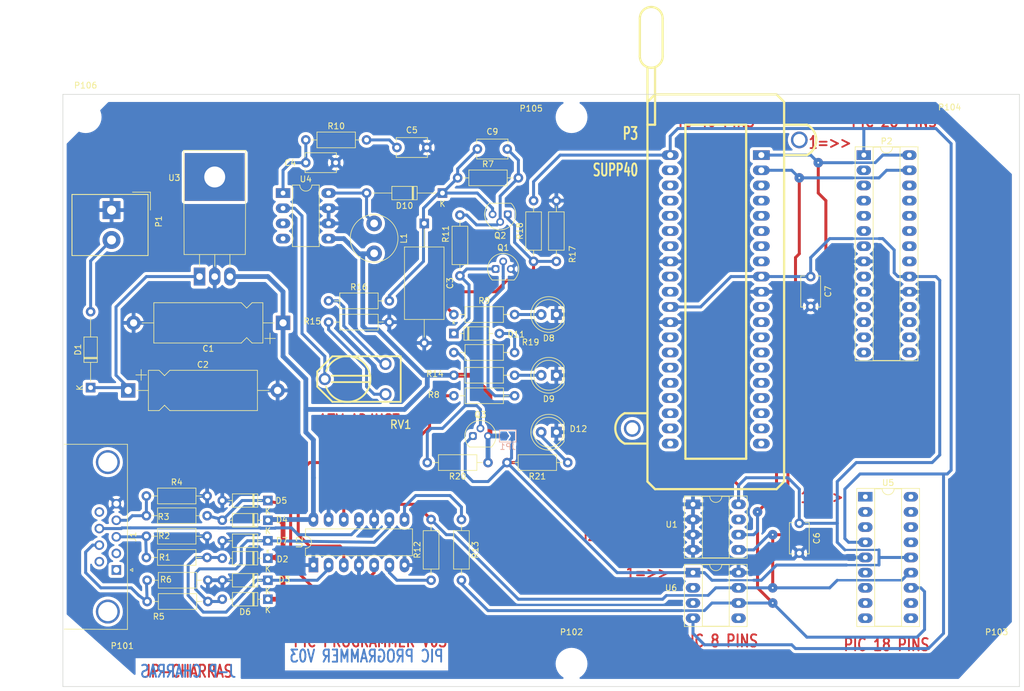
<source format=kicad_pcb>
(kicad_pcb (version 20210108) (generator pcbnew)
  (title_block (title "SERIAL PIC PROGRAMMER"))
  (layers (0 "F.Cu" signal "top_layer") (31 "B.Cu" signal "bottom_layer") (34 "B.Paste" user) (35 "F.Paste" user) (36 "B.SilkS" user "B.Silkscreen") (37 "F.SilkS" user "F.Silkscreen") (38 "B.Mask" user) (39 "F.Mask" user) (44 "Edge.Cuts" user))
  (net 0 "")
  (net 1 "/PC-CLOCK-OUT")
  (net 2 "GND")
  (net 3 "Net-(C2-Pad1)")
  (net 4 "Net-(C4-Pad1)")
  (net 5 "Net-(C5-Pad1)")
  (net 6 "Net-(C9-Pad2)")
  (net 7 "Net-(D11-Pad1)")
  (net 8 "Net-(D11-Pad2)")
  (net 9 "Net-(Q1-Pad2)")
  (net 10 "Net-(Q3-Pad2)")
  (net 11 "Net-(R12-Pad1)")
  (net 12 "Net-(R13-Pad1)")
  (net 13 "Net-(R15-Pad1)")
  (net 14 "Net-(R16-Pad1)")
  (net 15 "Net-(R8-Pad1)")
  (net 16 "Net-(RV1-Pad2)")
  (net 17 "VCC")
  (net 18 "VPP")
  (net 19 "Net-(D1-Pad2)")
  (net 20 "Net-(D4-Pad2)")
  (net 21 "Net-(D8-Pad2)")
  (net 22 "Net-(D9-Pad2)")
  (net 23 "Net-(D12-Pad2)")
  (net 24 "/VPP/MCLR")
  (net 25 "/CLOCK-RB6")
  (net 26 "/DATA-RB7")
  (net 27 "Net-(D2-Pad2)")
  (net 28 "Net-(D6-Pad2)")
  (net 29 "Net-(D10-Pad2)")
  (net 30 "/VCC_PIC")
  (net 31 "/PC-DATA-IN")
  (net 32 "/PC-DATA-OUT")
  (net 33 "/VPP_ON")
  (net 34 "Net-(Q2-Pad1)")
  (footprint "Capacitor_THT:CP_Axial_L18.0mm_D6.5mm_P25.00mm_Horizontal" (layer "F.Cu") (at 110.49 78.867 180)
    (fp_text reference "C1")
    (fp_text value "100µF")
  )
  (footprint "Capacitor_THT:CP_Axial_L18.0mm_D6.5mm_P25.00mm_Horizontal" (layer "F.Cu") (at 84.582 90.17)
    (fp_text reference "C2")
    (fp_text value "220uF")
  )
  (footprint "MountingHole:MountingHole_4.3mm_M4" (layer "F.Cu") (at 77.47 135.89)
    (fp_text reference "P101")
    (fp_text value "CONN_1")
  )
  (footprint "MountingHole:MountingHole_4.3mm_M4" (layer "F.Cu") (at 158.75 135.89)
    (fp_text reference "P102")
    (fp_text value "CONN_1")
  )
  (footprint "MountingHole:MountingHole_4.3mm_M4" (layer "F.Cu") (at 229.87 135.89)
    (fp_text reference "P103")
    (fp_text value "CONN_1")
  )
  (footprint "MountingHole:MountingHole_4.3mm_M4" (layer "F.Cu") (at 229.87 44.45)
    (fp_text reference "P104")
    (fp_text value "CONN_1")
  )
  (footprint "MountingHole:MountingHole_4.3mm_M4" (layer "F.Cu") (at 158.75 44.45)
    (fp_text reference "P105")
    (fp_text value "CONN_1")
  )
  (footprint "MountingHole:MountingHole_4.3mm_M4" (layer "F.Cu") (at 77.47 44.45)
    (fp_text reference "P106")
    (fp_text value "CONN_1")
  )
  (footprint "footprints:40tex-Ell600" (layer "F.Cu") (at 175.26 50.8)
    (fp_text reference "P3")
    (fp_text value "SUPP40")
  )
  (footprint "Package_DIP:DIP-8_W7.62mm_Socket_LongPads" (layer "F.Cu") (at 179.07 120.65)
    (fp_text reference "U6")
    (fp_text value "PIC_8_PINS")
  )
  (footprint "Package_DIP:DIP-8_W7.62mm_Socket_LongPads" (layer "F.Cu") (at 179.07 109.22)
    (fp_text reference "U1")
    (fp_text value "24Cxx")
  )
  (footprint "Package_DIP:DIP-8_W7.62mm_LongPads" (layer "F.Cu") (at 110.49 57.15)
    (fp_text reference "U4")
    (fp_text value "LT1373")
  )
  (footprint "Package_DIP:DIP-28_W7.62mm_Socket_LongPads" (layer "F.Cu") (at 207.645 50.8)
    (fp_text reference "P2")
    (fp_text value "SUPP28")
  )
  (footprint "Package_DIP:DIP-18_W7.62mm_Socket_LongPads" (layer "F.Cu") (at 207.899 107.95)
    (fp_text reference "U5")
    (fp_text value "PIC_18_PINS")
  )
  (footprint "Package_DIP:DIP-14_W7.62mm_LongPads" (layer "F.Cu") (at 115.57 119.38 90)
    (fp_text reference "U2")
    (fp_text value "74HC125")
  )
  (footprint "Diode_THT:D_DO-35_SOD27_P7.62mm_Horizontal" (layer "F.Cu") (at 107.95 118.237 180)
    (fp_text reference "D2")
    (fp_text value "BAT43")
  )
  (footprint "Diode_THT:D_DO-35_SOD27_P7.62mm_Horizontal" (layer "F.Cu") (at 107.95 121.92 180)
    (fp_text reference "D3")
    (fp_text value "BAT43")
  )
  (footprint "Diode_THT:D_DO-35_SOD27_P7.62mm_Horizontal" (layer "F.Cu") (at 107.95 111.887 180)
    (fp_text reference "D4")
    (fp_text value "BAT43")
  )
  (footprint "Diode_THT:D_DO-35_SOD27_P7.62mm_Horizontal" (layer "F.Cu") (at 107.95 108.585 180)
    (fp_text reference "D5")
    (fp_text value "BAT43")
  )
  (footprint "Diode_THT:D_DO-35_SOD27_P7.62mm_Horizontal" (layer "F.Cu") (at 139.065 80.645)
    (fp_text reference "D11")
    (fp_text value "BAT43")
  )
  (footprint "Diode_THT:D_DO-35_SOD27_P7.62mm_Horizontal" (layer "F.Cu") (at 107.95 115.316 180)
    (fp_text reference "D7")
    (fp_text value "BAT43")
  )
  (footprint "Diode_THT:D_DO-35_SOD27_P7.62mm_Horizontal" (layer "F.Cu") (at 107.95 125.095 180)
    (fp_text reference "D6")
    (fp_text value "BAT43")
  )
  (footprint "Connector_Dsub:DSUB-9_Female_Horizontal_P2.77x2.84mm_EdgePinOffset7.70mm_Housed_MountingHolesOffset9.12mm" (layer "F.Cu") (at 82.6 120.2 -90)
    (fp_text reference "J1")
    (fp_text value "DB9-FEMAL")
  )
  (footprint "Package_TO_SOT_THT:TO-92" (layer "F.Cu") (at 142.24 97.79)
    (fp_text reference "Q3")
    (fp_text value "BC307")
  )
  (footprint "Package_TO_SOT_THT:TO-92" (layer "F.Cu") (at 148.082 60.706 180)
    (fp_text reference "Q2")
    (fp_text value "BC307")
  )
  (footprint "Package_TO_SOT_THT:TO-92" (layer "F.Cu") (at 146.05 69.85)
    (fp_text reference "Q1")
    (fp_text value "BC237")
  )
  (footprint "Resistor_THT:R_Axial_DIN0207_L6.3mm_D2.5mm_P10.16mm_Horizontal" (layer "F.Cu") (at 152.4 68.58 90)
    (fp_text reference "R18")
    (fp_text value "220")
  )
  (footprint "Resistor_THT:R_Axial_DIN0207_L6.3mm_D2.5mm_P10.16mm_Horizontal" (layer "F.Cu") (at 114.3 48.26)
    (fp_text reference "R10")
    (fp_text value "5,1K")
  )
  (footprint "Resistor_THT:R_Axial_DIN0207_L6.3mm_D2.5mm_P10.16mm_Horizontal" (layer "F.Cu") (at 139.065 77.47)
    (fp_text reference "R9")
    (fp_text value "2.2K")
  )
  (footprint "Resistor_THT:R_Axial_DIN0207_L6.3mm_D2.5mm_P10.16mm_Horizontal" (layer "F.Cu") (at 87.63 118.11)
    (fp_text reference "R1")
    (fp_text value "10K")
  )
  (footprint "Resistor_THT:R_Axial_DIN0207_L6.3mm_D2.5mm_P10.16mm_Horizontal" (layer "F.Cu") (at 87.63 114.554)
    (fp_text reference "R2")
    (fp_text value "10K")
  )
  (footprint "Resistor_THT:R_Axial_DIN0207_L6.3mm_D2.5mm_P10.16mm_Horizontal" (layer "F.Cu") (at 87.63 111.125)
    (fp_text reference "R3")
    (fp_text value "10K")
  )
  (footprint "Resistor_THT:R_Axial_DIN0207_L6.3mm_D2.5mm_P10.16mm_Horizontal" (layer "F.Cu") (at 87.63 107.823)
    (fp_text reference "R4")
    (fp_text value "10K")
  )
  (footprint "Resistor_THT:R_Axial_DIN0207_L6.3mm_D2.5mm_P10.16mm_Horizontal" (layer "F.Cu") (at 87.757 125.476)
    (fp_text reference "R5")
    (fp_text value "10K")
  )
  (footprint "Resistor_THT:R_Axial_DIN0207_L6.3mm_D2.5mm_P10.16mm_Horizontal" (layer "F.Cu") (at 139.7 54.61)
    (fp_text reference "R7")
    (fp_text value "10K")
  )
  (footprint "Resistor_THT:R_Axial_DIN0207_L6.3mm_D2.5mm_P10.16mm_Horizontal" (layer "F.Cu") (at 87.757 121.92)
    (fp_text reference "R6")
    (fp_text value "10K")
  )
  (footprint "Resistor_THT:R_Axial_DIN0207_L6.3mm_D2.5mm_P10.16mm_Horizontal" (layer "F.Cu") (at 158.115 102.235 180)
    (fp_text reference "R21")
    (fp_text value "470")
  )
  (footprint "Resistor_THT:R_Axial_DIN0207_L6.3mm_D2.5mm_P10.16mm_Horizontal" (layer "F.Cu") (at 144.78 102.235 180)
    (fp_text reference "R20")
    (fp_text value "2.2K")
  )
  (footprint "Resistor_THT:R_Axial_DIN0207_L6.3mm_D2.5mm_P10.16mm_Horizontal" (layer "F.Cu") (at 149.225 83.82 180)
    (fp_text reference "R19")
    (fp_text value "2.2K")
  )
  (footprint "Resistor_THT:R_Axial_DIN0207_L6.3mm_D2.5mm_P10.16mm_Horizontal" (layer "F.Cu") (at 156.21 68.58 90)
    (fp_text reference "R17")
    (fp_text value "22K")
  )
  (footprint "Resistor_THT:R_Axial_DIN0207_L6.3mm_D2.5mm_P10.16mm_Horizontal" (layer "F.Cu") (at 118.11 75.184)
    (fp_text reference "R16")
    (fp_text value "62K")
  )
  (footprint "Resistor_THT:R_Axial_DIN0207_L6.3mm_D2.5mm_P10.16mm_Horizontal" (layer "F.Cu") (at 118.11 78.74)
    (fp_text reference "R15")
    (fp_text value "6.2K")
  )
  (footprint "Resistor_THT:R_Axial_DIN0207_L6.3mm_D2.5mm_P10.16mm_Horizontal" (layer "F.Cu") (at 139.065 87.63)
    (fp_text reference "R14")
    (fp_text value "470")
  )
  (footprint "Resistor_THT:R_Axial_DIN0207_L6.3mm_D2.5mm_P10.16mm_Horizontal" (layer "F.Cu") (at 140.335 111.76 -90)
    (fp_text reference "R13")
    (fp_text value "470")
  )
  (footprint "Resistor_THT:R_Axial_DIN0207_L6.3mm_D2.5mm_P10.16mm_Horizontal" (layer "F.Cu") (at 139.065 91.059)
    (fp_text reference "R8")
    (fp_text value "1K")
  )
  (footprint "Resistor_THT:R_Axial_DIN0207_L6.3mm_D2.5mm_P10.16mm_Horizontal" (layer "F.Cu") (at 135.255 121.92 90)
    (fp_text reference "R12")
    (fp_text value "470")
  )
  (footprint "LED_THT:LED_D5.0mm" (layer "F.Cu") (at 156.21 77.47 180)
    (fp_text reference "D8")
    (fp_text value "RED-LED")
  )
  (footprint "LED_THT:LED_D5.0mm" (layer "F.Cu") (at 156.21 87.63 180)
    (fp_text reference "D9")
    (fp_text value "GREEN-LED")
  )
  (footprint "LED_THT:LED_D5.0mm" (layer "F.Cu") (at 156.21 97.155 180)
    (fp_text reference "D12")
    (fp_text value "YELLOW-LED")
  )
  (footprint "Capacitor_THT:C_Disc_D5.1mm_W3.2mm_P5.00mm" (layer "F.Cu") (at 114.3 52.07)
    (fp_text reference "C4")
    (fp_text value "0")
  )
  (footprint "Capacitor_THT:C_Disc_D5.1mm_W3.2mm_P5.00mm" (layer "F.Cu") (at 129.54 49.53)
    (fp_text reference "C5")
    (fp_text value "10nF")
  )
  (footprint "Capacitor_THT:C_Disc_D5.1mm_W3.2mm_P5.00mm" (layer "F.Cu") (at 198.755 71.12 -90)
    (fp_text reference "C7")
    (fp_text value "100nF")
  )
  (footprint "Capacitor_THT:C_Disc_D5.1mm_W3.2mm_P5.00mm" (layer "F.Cu") (at 143.002 49.784)
    (fp_text reference "C9")
    (fp_text value "220nF")
  )
  (footprint "Capacitor_THT:C_Disc_D5.1mm_W3.2mm_P5.00mm" (layer "F.Cu") (at 196.85 112.395 -90)
    (fp_text reference "C6")
    (fp_text value "100nF")
  )
  (footprint "Diode_THT:D_DO-35_SOD27_P12.70mm_Horizontal" (layer "F.Cu") (at 137.16 57.15 180)
    (fp_text reference "D10")
    (fp_text value "SCHOTTKY")
  )
  (footprint "footprints:RV2X4" (layer "F.Cu") (at 127.635 90.805 180)
    (fp_text reference "RV1")
    (fp_text value "1K")
  )
  (footprint "TerminalBlock_Altech:Altech_AK300_1x02_P5.00mm_45-Degree" (layer "F.Cu") (at 81.8 60 -90)
    (fp_text reference "P1")
    (fp_text value "CONN_2")
  )
  (footprint "Package_TO_SOT_THT:TO-220-3_Horizontal_TabDown" (layer "F.Cu") (at 96.52 71.12)
    (fp_text reference "U3")
    (fp_text value "7805")
  )
  (footprint "Resistor_THT:R_Axial_DIN0207_L6.3mm_D2.5mm_P10.16mm_Horizontal" (layer "F.Cu") (at 140.081 70.993 90)
    (fp_text reference "R11")
    (fp_text value "22K")
  )
  (footprint "Capacitors_THT:C_Axial_L12.0mm_D6.5mm_P20.00mm_Horizontal" (layer "F.Cu") (at 134.112 62.23 -90)
    (fp_text reference "C3")
    (fp_text value "22uF/25V")
  )
  (footprint "Inductor_THT:L_Radial_D7.8mm_P5.00mm_Fastron_07HCP" (layer "F.Cu") (at 125.73 62.23 -90)
    (fp_text reference "L1")
    (fp_text value "22uH")
  )
  (footprint "Diode_THT:D_DO-35_SOD27_P12.70mm_Horizontal" (layer "F.Cu") (at 78.3 89.7 90)
    (fp_text reference "D1")
    (fp_text value "1N4004")
  )
  (footprint "Jumper:SolderJumper-2_P1.3mm_Open_TrianglePad1.0x1.5mm" (layer "B.Cu") (at 148.082 97.79)
    (fp_text reference "JP1")
    (fp_text value "JUMPER")
  )
  (gr_line (start 73.66 139.7) (end 73.66 40.64) (angle 90) (layer "Edge.Cuts") (width 0.1))
  (gr_line (start 173.99 40.64) (end 233.68 40.64) (angle 90) (layer "Edge.Cuts") (width 0.1))
  (gr_line (start 73.66 40.64) (end 173.99 40.64) (angle 90) (layer "Edge.Cuts") (width 0.1))
  (gr_line (start 233.68 139.7) (end 73.66 139.7) (angle 90) (layer "Edge.Cuts") (width 0.1))
  (gr_line (start 233.68 40.64) (end 233.68 139.7) (angle 90) (layer "Edge.Cuts") (width 0.1))
  (gr_text "+8/12V" (at 81.5 55.5) (layer "F.Cu") (effects (font (size 2.032 1.524) (thickness 0.3048))))
  (gr_text "VCC ON" (at 162.9 99.1) (layer "F.Cu") (effects (font (size 2.032 1.524) (thickness 0.3048))))
  (gr_text "JP-CHARRAS" (at 94.615 137.16) (layer "F.Cu") (effects (font (size 2.032 1.524) (thickness 0.3048))))
  (gr_text "1=>>" (at 167.64 48.895) (layer "F.Cu") (effects (font (size 2.032 1.524) (thickness 0.3048))))
  (gr_text "PWR ON" (at 163.83 88.9) (layer "F.Cu") (effects (font (size 2.032 1.524) (thickness 0.3048))))
  (gr_text "PIC PROGRAMMER V03" (at 125.095 132.08) (layer "F.Cu") (effects (font (size 2.032 1.524) (thickness 0.3048))))
  (gr_text "1=>>" (at 200.66 107.95) (layer "F.Cu") (effects (font (size 2.032 1.524) (thickness 0.3048))))
  (gr_text "PIC 18 PINS" (at 211.455 132.715) (layer "F.Cu") (effects (font (size 2.032 1.524) (thickness 0.3048))))
  (gr_text "I2C PROM" (at 166.37 114.3) (layer "F.Cu") (effects (font (size 2.032 1.524) (thickness 0.3048))))
  (gr_text "VPP ON" (at 163.195 80.645) (layer "F.Cu") (effects (font (size 2.032 1.524) (thickness 0.3048))))
  (gr_text "1=>>" (at 171.45 109.22) (layer "F.Cu") (effects (font (size 2.032 1.524) (thickness 0.3048))))
  (gr_text "13V ADJUST" (at 123.19 95.25) (layer "F.Cu") (effects (font (size 2.032 1.524) (thickness 0.3048))))
  (gr_text "PIC 8 PINS" (at 183.515 132.08) (layer "F.Cu") (effects (font (size 2.032 1.524) (thickness 0.3048))))
  (gr_text "PIC 28 PINS" (at 212.725 45.085) (layer "F.Cu") (effects (font (size 2.032 1.524) (thickness 0.3048))))
  (gr_text "1=>>" (at 171.45 120.65) (layer "F.Cu") (effects (font (size 2.032 1.524) (thickness 0.3048))))
  (gr_text "PIC 40 PINS" (at 182.245 45.085) (layer "F.Cu") (effects (font (size 2.032 1.524) (thickness 0.3048))))
  (gr_text "1=>>" (at 202 48.7) (layer "F.Cu") (effects (font (size 2.032 1.524) (thickness 0.3048))))
  (gr_text "J-P CHARRAS" (at 94.615 137.16) (layer "B.Cu") (effects (font (size 2.032 1.524) (thickness 0.3048)) (justify mirror)))
  (gr_text "PIC PROGRAMMER V03" (at 124.46 134.62) (layer "B.Cu") (effects (font (size 2.032 1.524) (thickness 0.3048)) (justify mirror)))
  (segment (start 85.09 123.19) (end 86.36 124.46) (width 0.5) (layer "B.Cu") (net 1))
  (segment (start 77.47 117.475) (end 77.47 120.65) (width 0.5) (layer "B.Cu") (net 1))
  (segment (start 78.62863 116.045) (end 77.47 117.20363) (width 0.5) (layer "B.Cu") (net 1))
  (segment (start 86.36 124.46) (end 87.757 125.476) (width 0.5) (layer "B.Cu") (net 1))
  (segment (start 80.01 123.19) (end 85.09 123.19) (width 0.5) (layer "B.Cu") (net 1))
  (segment (start 87.757 125.476) (end 87.63 121.92) (width 0.5) (layer "B.Cu") (net 1))
  (segment (start 79.76 116.045) (end 78.62863 116.045) (width 0.5) (layer "B.Cu") (net 1))
  (segment (start 77.47 120.65) (end 80.01 123.19) (width 0.5) (layer "B.Cu") (net 1))
  (segment (start 77.47 117.20363) (end 77.47 117.475) (width 0.5) (layer "B.Cu") (net 1))
  (segment (start 82.55 76.2) (end 87.63 71.12) (width 0.5) (layer "B.Cu") (net 3))
  (segment (start 84.112 89.7) (end 84.582 90.17) (width 0.5) (layer "B.Cu") (net 3))
  (segment (start 84.455 89.535) (end 82.55 87.63) (width 0.5) (layer "B.Cu") (net 3))
  (segment (start 78.3 89.7) (end 84.112 89.7) (width 0.5) (layer "B.Cu") (net 3))
  (segment (start 87.63 71.12) (end 96.52 71.12) (width 0.5) (layer "B.Cu") (net 3))
  (segment (start 82.55 87.63) (end 82.55 76.2) (width 0.5) (layer "B.Cu") (net 3))
  (segment (start 84.455 90.17) (end 84.455 89.535) (width 0.5) (layer "B.Cu") (net 3))
  (segment (start 114.3 48.26) (end 114.3 52.07) (width 0.5) (layer "B.Cu") (net 4))
  (segment (start 110.49 57.15) (end 110.49 53.34) (width 0.5) (layer "B.Cu") (net 4))
  (segment (start 110.49 53.34) (end 111.76 52.07) (width 0.5) (layer "B.Cu") (net 4))
  (segment (start 111.76 52.07) (end 114.3 52.07) (width 0.5) (layer "B.Cu") (net 4))
  (segment (start 124.46 48.26) (end 128.27 48.26) (width 0.5) (layer "B.Cu") (net 5))
  (segment (start 128.27 48.26) (end 129.54 49.53) (width 0.5) (layer "B.Cu") (net 5))
  (segment (start 149.86 51.642) (end 149.86 54.61) (width 0.5) (layer "B.Cu") (net 6))
  (segment (start 141.21237 60.833) (end 142.855369 62.475999) (width 0.5) (layer "B.Cu") (net 6))
  (segment (start 146.312001 62.475999) (end 146.812 61.976) (width 0.5) (layer "B.Cu") (net 6))
  (segment (start 146.812 57.658) (end 149.86 54.61) (width 0.5) (layer "B.Cu") (net 6))
  (segment (start 148.002 49.784) (end 149.86 51.642) (width 0.5) (layer "B.Cu") (net 6))
  (segment (start 146.812 61.976) (end 146.812 57.658) (width 0.5) (layer "B.Cu") (net 6))
  (segment (start 140.081 60.833) (end 141.21237 60.833) (width 0.5) (layer "B.Cu") (net 6))
  (segment (start 142.855369 62.475999) (end 146.312001 62.475999) (width 0.5) (layer "B.Cu") (net 6))
  (segment (start 141.605 72.517) (end 140.081 70.993) (width 0.5) (layer "B.Cu") (net 7))
  (segment (start 141.605 78.105) (end 141.605 72.517) (width 0.5) (layer "B.Cu") (net 7))
  (segment (start 141.224 69.85) (end 146.05 69.85) (width 0.5) (layer "B.Cu") (net 7))
  (segment (start 140.081 70.993) (end 141.224 69.85) (width 0.5) (layer "B.Cu") (net 7))
  (segment (start 139.065 80.645) (end 141.605 78.105) (width 0.5) (layer "B.Cu") (net 7))
  (segment (start 146.685 80.645) (end 148.59 80.645) (width 0.5) (layer "B.Cu") (net 8))
  (segment (start 148.59 80.645) (end 149.225 81.28) (width 0.5) (layer "B.Cu") (net 8))
  (segment (start 149.225 81.28) (end 149.225 83.82) (width 0.5) (layer "B.Cu") (net 8))
  (segment (start 145.923 91.059) (end 144.78 89.916) (width 0.5) (layer "B.Cu") (net 9))
  (segment (start 147.32 71.12) (end 147.32 68.58) (width 0.5) (layer "B.Cu") (net 9))
  (segment (start 147.32 73.025) (end 147.32 71.12) (width 0.5) (layer "B.Cu") (net 9))
  (segment (start 144.78 89.916) (end 144.78 75.565) (width 0.5) (layer "B.Cu") (net 9))
  (segment (start 144.78 75.565) (end 147.32 73.025) (width 0.5) (layer "B.Cu") (net 9))
  (segment (start 149.225 91.059) (end 145.923 91.059) (width 0.5) (layer "B.Cu") (net 9))
  (segment (start 135.255 96.52) (end 137.16 96.52) (width 0.5) (layer "B.Cu") (net 10))
  (segment (start 135.255 96.52) (end 134.62 97.155) (width 0.5) (layer "B.Cu") (net 10))
  (segment (start 143.51 93.345) (end 143.51 96.52) (width 0.5) (layer "B.Cu") (net 10))
  (segment (start 142.875 92.71) (end 143.51 93.345) (width 0.5) (layer "B.Cu") (net 10))
  (segment (start 134.62 97.155) (end 134.62 102.235) (width 0.5) (layer "B.Cu") (net 10))
  (segment (start 140.97 85.09) (end 139.7 83.82) (width 0.5) (layer "B.Cu") (net 10))
  (segment (start 140.97 85.09) (end 140.97 92.71) (width 0.5) (layer "B.Cu") (net 10))
  (segment (start 137.16 96.52) (end 140.97 92.71) (width 0.5) (layer "B.Cu") (net 10))
  (segment (start 139.7 83.82) (end 139.065 83.82) (width 0.5) (layer "B.Cu") (net 10))
  (segment (start 140.97 92.71) (end 142.875 92.71) (width 0.5) (layer "B.Cu") (net 10))
  (segment (start 128.27 119.38) (end 128.27 120.65) (width 0.5) (layer "B.Cu") (net 11))
  (segment (start 128.27 120.65) (end 129.54 121.92) (width 0.5) (layer "B.Cu") (net 11))
  (segment (start 129.54 121.92) (end 135.255 121.92) (width 0.5) (layer "B.Cu") (net 11))
  (segment (start 130.81 109.6264) (end 132.6896 107.7468) (width 0.5) (layer "B.Cu") (net 12))
  (segment (start 132.6896 107.7468) (end 138.4046 107.7468) (width 0.5) (layer "B.Cu") (net 12))
  (segment (start 138.4046 107.7468) (end 140.335 109.6772) (width 0.5) (layer "B.Cu") (net 12))
  (segment (start 140.335 109.6772) (end 140.335 111.76) (width 0.5) (layer "B.Cu") (net 12))
  (segment (start 130.81 111.76) (end 130.81 109.6264) (width 0.5) (layer "B.Cu") (net 12))
  (segment (start 118.11 80.01) (end 124.46 86.36) (width 0.5) (layer "B.Cu") (net 13))
  (segment (start 124.46 86.36) (end 124.46 89.535) (width 0.5) (layer "B.Cu") (net 13))
  (segment (start 125.73 90.805) (end 127.635 90.805) (width 0.5) (layer "B.Cu") (net 13))
  (segment (start 118.11 78.74) (end 118.11 80.01) (width 0.5) (layer "B.Cu") (net 13))
  (segment (start 124.46 89.535) (end 125.73 90.805) (width 0.5) (layer "B.Cu") (net 13))
  (segment (start 119.634 75.184) (end 120.65 76.2) (width 0.5) (layer "B.Cu") (net 14))
  (segment (start 120.65 79.375) (end 127 85.725) (width 0.5) (layer "B.Cu") (net 14))
  (segment (start 127 85.725) (end 127.635 85.725) (width 0.5) (layer "B.Cu") (net 14))
  (segment (start 118.11 75.184) (end 119.634 75.184) (width 0.5) (layer "B.Cu") (net 14))
  (segment (start 120.65 76.2) (end 120.65 79.375) (width 0.5) (layer "B.Cu") (net 14))
  (segment (start 135.001 96.266) (end 135.001 92.456) (width 0.5) (layer "F.Cu") (net 15))
  (segment (start 120.015 116.205) (end 114.935 116.205) (width 0.5) (layer "F.Cu") (net 15))
  (segment (start 114.935 102.235) (end 129.032 102.235) (width 0.5) (layer "F.Cu") (net 15))
  (segment (start 129.032 102.235) (end 135.001 96.266) (width 0.5) (layer "F.Cu") (net 15))
  (segment (start 136.398 91.059) (end 139.065 91.059) (width 0.5) (layer "F.Cu") (net 15))
  (segment (start 135.001 92.456) (end 136.398 91.059) (width 0.5) (layer "F.Cu") (net 15))
  (segment (start 113.03 104.14) (end 114.935 102.235) (width 0.5) (layer "F.Cu") (net 15))
  (segment (start 113.03 114.3) (end 113.03 104.14) (width 0.5) (layer "F.Cu") (net 15))
  (segment (start 120.65 116.84) (end 120.015 116.205) (width 0.5) (layer "F.Cu") (net 15))
  (segment (start 114.935 116.205) (end 113.03 114.3) (width 0.5) (layer "F.Cu") (net 15))
  (segment (start 120.65 119.38) (end 120.65 116.84) (width 0.5) (layer "F.Cu") (net 15))
  (segment (start 112.395 59.69) (end 113.665 60.96) (width 0.5) (layer "B.Cu") (net 16))
  (segment (start 110.49 59.69) (end 112.395 59.69) (width 0.5) (layer "B.Cu") (net 16))
  (segment (start 113.665 60.96) (end 113.665 80.645) (width 0.5) (layer "B.Cu") (net 16))
  (segment (start 117.475 84.455) (end 117.475 88.265) (width 0.5) (layer "B.Cu") (net 16))
  (segment (start 113.665 80.645) (end 117.475 84.455) (width 0.5) (layer "B.Cu") (net 16))
  (segment (start 110.49 124.155) (end 110.49 119.38) (width 0.8) (layer "F.Cu") (net 17))
  (segment (start 145.1 97.47) (end 144.78 97.79) (width 0.8) (layer "F.Cu") (net 17))
  (segment (start 141.986 87.63) (end 145.1 90.744) (width 0.8) (layer "F.Cu") (net 17))
  (segment (start 109.55 125.095) (end 110.49 124.155) (width 0.8) (layer "F.Cu") (net 17))
  (segment (start 145.1 90.744) (end 145.1 97.47) (width 0.8) (layer "F.Cu") (net 17))
  (segment (start 110.49 119.38) (end 109.22 118.11) (width 0.8) (layer "F.Cu") (net 17))
  (segment (start 107.95 125.095) (end 109.55 125.095) (width 0.8) (layer "F.Cu") (net 17))
  (segment (start 109.22 118.11) (end 107.95 118.11) (width 0.8) (layer "F.Cu") (net 17))
  (segment (start 109.855 111.76) (end 110.49 112.395) (width 0.8) (layer "F.Cu") (net 17))
  (segment (start 110.49 112.395) (end 110.49 116.84) (width 0.8) (layer "F.Cu") (net 17))
  (segment (start 107.95 111.76) (end 109.855 111.76) (width 0.8) (layer "F.Cu") (net 17))
  (segment (start 139.065 87.63) (end 141.986 87.63) (width 0.8) (layer "F.Cu") (net 17))
  (segment (start 110.49 116.84) (end 109.22 118.11) (width 0.8) (layer "F.Cu") (net 17))
  (segment (start 144.78 97.79) (end 144.78 97.917) (width 0.8) (layer "B.Cu") (net 17))
  (segment (start 124.46 80.01) (end 123.825 79.375) (width 0.8) (layer "B.Cu") (net 17))
  (segment (start 134.62 87.63) (end 133.985 87.63) (width 0.8) (layer "B.Cu") (net 17))
  (segment (start 107.95 111.76) (end 115.57 111.76) (width 0.8) (layer "B.Cu") (net 17))
  (segment (start 114.3 88.265) (end 114.3 93.345) (width 0.8) (layer "B.Cu") (net 17))
  (segment (start 110.49 78.74) (end 110.49 73.66) (width 0.8) (layer "B.Cu") (net 17))
  (segment (start 110.49 73.66) (end 107.95 71.12) (width 0.8) (layer "B.Cu") (net 17))
  (segment (start 123.825 67.31) (end 123.19 67.31) (width 0.8) (layer "B.Cu") (net 17))
  (segment (start 130.81 93.345) (end 134.62 89.535) (width 0.8) (layer "B.Cu") (net 17))
  (segment (start 147.447 97.79) (end 144.78 97.79) (width 0.8) (layer "B.Cu") (net 17))
  (segment (start 114.3 93.345) (end 114.3 97.155) (width 0.8) (layer "B.Cu") (net 17))
  (segment (start 115.57 111.76) (end 115.57 104.775) (width 0.8) (layer "B.Cu") (net 17))
  (segment (start 123.825 79.375) (end 123.825 67.31) (width 0.8) (layer "B.Cu") (net 17))
  (segment (start 110.49 84.455) (end 114.3 88.265) (width 0.8) (layer "B.Cu") (net 17))
  (segment (start 125.73 67.31) (end 123.825 67.31) (width 0.8) (layer "B.Cu") (net 17))
  (segment (start 133.985 87.63) (end 126.365 80.01) (width 0.8) (layer "B.Cu") (net 17))
  (segment (start 118.11 64.77) (end 120.65 64.77) (width 0.8) (layer "B.Cu") (net 17))
  (segment (start 115.57 98.425) (end 115.57 104.775) (width 0.8) (layer "B.Cu") (net 17))
  (segment (start 126.365 80.01) (end 124.46 80.01) (width 0.8) (layer "B.Cu") (net 17))
  (segment (start 114.3 97.155) (end 115.57 98.425) (width 0.8) (layer "B.Cu") (net 17))
  (segment (start 114.3 93.345) (end 130.81 93.345) (width 0.8) (layer "B.Cu") (net 17))
  (segment (start 139.065 87.63) (end 134.62 87.63) (width 0.8) (layer "B.Cu") (net 17))
  (segment (start 110.49 78.74) (end 110.49 84.455) (width 0.8) (layer "B.Cu") (net 17))
  (segment (start 123.19 67.31) (end 120.65 64.77) (width 0.8) (layer "B.Cu") (net 17))
  (segment (start 134.62 89.535) (end 134.62 87.63) (width 0.8) (layer "B.Cu") (net 17))
  (segment (start 101.6 71.12) (end 107.95 71.12) (width 0.8) (layer "B.Cu") (net 17))
  (segment (start 144.78 102.235) (end 144.78 97.917) (width 0.8) (layer "B.Cu") (net 17))
  (segment (start 139.7 54.61) (end 139.7 53.086) (width 0.5) (layer "B.Cu") (net 18))
  (segment (start 145.542 59.706) (end 142.986 57.15) (width 0.5) (layer "B.Cu") (net 18))
  (segment (start 137.16 57.15) (end 142.748 57.15) (width 0.5) (layer "B.Cu") (net 18))
  (segment (start 136.525 57.15) (end 137.16 57.15) (width 0.5) (layer "B.Cu") (net 18))
  (segment (start 133.985 68.58) (end 128.27 74.295) (width 0.5) (layer "B.Cu") (net 18))
  (segment (start 142.986 57.15) (end 142.748 57.15) (width 0.5) (layer "B.Cu") (net 18))
  (segment (start 139.7 53.086) (end 143.002 49.784) (width 0.5) (layer "B.Cu") (net 18))
  (segment (start 136.525 57.15) (end 133.985 59.69) (width 0.5) (layer "B.Cu") (net 18))
  (segment (start 133.985 62.23) (end 133.985 68.58) (width 0.5) (layer "B.Cu") (net 18))
  (segment (start 137.16 57.15) (end 139.7 54.61) (width 0.5) (layer "B.Cu") (net 18))
  (segment (start 145.542 60.706) (end 145.542 59.706) (width 0.5) (layer "B.Cu") (net 18))
  (segment (start 133.985 62.23) (end 133.985 59.69) (width 0.5) (layer "B.Cu") (net 18))
  (segment (start 128.27 74.295) (end 128.27 75.184) (width 0.5) (layer "B.Cu") (net 18))
  (segment (start 78.3 68.5) (end 78.3 77) (width 0.5) (layer "B.Cu") (net 19))
  (segment (start 81.8 65) (end 78.3 68.5) (width 0.5) (layer "B.Cu") (net 19))
  (segment (start 111.76 119.38) (end 115.57 123.19) (width 0.5) (layer "F.Cu") (net 20))
  (segment (start 125.73 120.65) (end 125.73 119.38) (width 0.5) (layer "F.Cu") (net 20))
  (segment (start 111.76 109.855) (end 111.76 119.38) (width 0.5) (layer "F.Cu") (net 20))
  (segment (start 115.57 123.19) (end 123.19 123.19) (width 0.5) (layer "F.Cu") (net 20))
  (segment (start 107.95 108.712) (end 111.125 109.22) (width 0.5) (layer "F.Cu") (net 20))
  (segment (start 111.125 109.22) (end 111.76 109.855) (width 0.5) (layer "F.Cu") (net 20))
  (segment (start 123.19 123.19) (end 125.73 120.65) (width 0.5) (layer "F.Cu") (net 20))
  (segment (start 107.95 108.585) (end 103.632 108.585) (width 0.5) (layer "B.Cu") (net 20))
  (segment (start 100.33 111.76) (end 97.79 111.125) (width 0.5) (layer "B.Cu") (net 20))
  (segment (start 103.632 108.585) (end 100.33 111.887) (width 0.5) (layer "B.Cu") (net 20))
  (segment (start 153.67 77.47) (end 149.225 77.47) (width 0.5) (layer "B.Cu") (net 21))
  (segment (start 153.67 87.63) (end 149.225 87.63) (width 0.5) (layer "B.Cu") (net 22))
  (segment (start 153.67 97.155) (end 153.67 97.79) (width 0.5) (layer "B.Cu") (net 23))
  (segment (start 153.67 97.79) (end 158.115 102.235) (width 0.5) (layer "B.Cu") (net 23))
  (segment (start 195.58 132.715) (end 196.215 133.35) (width 0.5) (layer "B.Cu") (net 24))
  (segment (start 175.26 50.8) (end 175.26 47.625) (width 0.5) (layer "B.Cu") (net 24))
  (segment (start 207.645 115.57) (end 205.105 115.57) (width 0.5) (layer "B.Cu") (net 24))
  (segment (start 156.845 50.8) (end 175.26 50.8) (width 0.5) (layer "B.Cu") (net 24))
  (segment (start 196.215 133.35) (end 218.44 133.35) (width 0.5) (layer "B.Cu") (net 24))
  (segment (start 207.645 50.8) (end 207.645 46.355) (width 0.5) (layer "B.Cu") (net 24))
  (segment (start 220.98 130.81) (end 220.98 104.14) (width 0.5) (layer "B.Cu") (net 24))
  (segment (start 219.71 46.355) (end 207.645 46.355) (width 0.5) (layer "B.Cu") (net 24))
  (segment (start 207.645 46.355) (end 176.53 46.355) (width 0.5) (layer "B.Cu") (net 24))
  (segment (start 175.26 47.625) (end 176.53 46.355) (width 0.5) (layer "B.Cu") (net 24))
  (segment (start 205.105 115.57) (end 204.47 114.935) (width 0.5) (layer "B.Cu") (net 24))
  (segment (start 204.47 106.68) (end 207.01 104.14) (width 0.5) (layer "B.Cu") (net 24))
  (segment (start 204.47 114.935) (end 204.47 106.68) (width 0.5) (layer "B.Cu") (net 24))
  (segment (start 221.615 104.14) (end 220.98 104.14) (width 0.5) (layer "B.Cu") (net 24))
  (segment (start 221.615 104.14) (end 222.25 103.505) (width 0.5) (layer "B.Cu") (net 24))
  (segment (start 195.58 132.715) (end 180.975 132.715) (width 0.5) (layer "B.Cu") (net 24))
  (segment (start 222.25 48.895) (end 219.71 46.355) (width 0.5) (layer "B.Cu") (net 24))
  (segment (start 179.07 130.81) (end 179.07 128.27) (width 0.5) (layer "B.Cu") (net 24))
  (segment (start 222.25 48.895) (end 222.25 103.505) (width 0.5) (layer "B.Cu") (net 24))
  (segment (start 179.07 130.81) (end 180.975 132.715) (width 0.5) (layer "B.Cu") (net 24))
  (segment (start 156.845 50.8) (end 152.4 55.245) (width 0.5) (layer "B.Cu") (net 24))
  (segment (start 207.01 104.14) (end 220.98 104.14) (width 0.5) (layer "B.Cu") (net 24))
  (segment (start 152.4 55.245) (end 152.4 58.42) (width 0.5) (layer "B.Cu") (net 24))
  (segment (start 218.44 133.35) (end 220.98 130.81) (width 0.5) (layer "B.Cu") (net 24))
  (segment (start 189.865 123.19) (end 192.405 125.73) (width 0.5) (layer "F.Cu") (net 25))
  (segment (start 193.04 75.565) (end 196.215 72.39) (width 0.5) (layer "F.Cu") (net 25))
  (segment (start 196.85 67.31) (end 196.85 54.61) (width 0.5) (layer "F.Cu") (net 25))
  (segment (start 196.215 72.39) (end 196.215 67.945) (width 0.5) (layer "F.Cu") (net 25))
  (segment (start 193.04 107.315) (end 189.865 110.49) (width 0.5) (layer "F.Cu") (net 25))
  (segment (start 189.865 110.49) (end 189.865 123.19) (width 0.5) (layer "F.Cu") (net 25))
  (segment (start 196.215 67.945) (end 196.85 67.31) (width 0.5) (layer "F.Cu") (net 25))
  (segment (start 193.04 107.315) (end 193.04 75.565) (width 0.5) (layer "F.Cu") (net 25))
  (via (at 189.865 110.49) (size 1.6) (layers "F.Cu" "B.Cu") (net 25))
  (via (at 192.405 125.73) (size 1.6) (layers "F.Cu" "B.Cu") (net 25))
  (via (at 196.85 54.61) (size 1.6) (layers "F.Cu" "B.Cu") (net 25))
  (segment (start 182.245 125.73) (end 186.69 125.73) (width 0.5) (layer "B.Cu") (net 25))
  (segment (start 195.58 53.34) (end 196.85 54.61) (width 0.5) (layer "B.Cu") (net 25))
  (segment (start 190.5 53.34) (end 195.58 53.34) (width 0.5) (layer "B.Cu") (net 25))
  (segment (start 216.535 131.445) (end 217.805 130.175) (width 0.5) (layer "B.Cu") (net 25))
  (segment (start 211.455 53.34) (end 215.265 53.34) (width 0.5) (layer "B.Cu") (net 25))
  (segment (start 189.23 114.3) (end 186.69 114.3) (width 0.5) (layer "B.Cu") (net 25))
  (segment (start 182.245 125.73) (end 180.975 127) (width 0.5) (layer "B.Cu") (net 25))
  (segment (start 205.74 54.61) (end 208.915 54.61) (width 0.4318) (layer "B.Cu") (net 25))
  (segment (start 211.455 53.34) (end 210.185 54.61) (width 0.5) (layer "B.Cu") (net 25))
  (segment (start 140.335 122.555) (end 144.78 127) (width 0.5) (layer "B.Cu") (net 25))
  (segment (start 210.185 54.61) (end 208.915 54.61) (width 0.5) (layer "B.Cu") (net 25))
  (segment (start 217.805 123.825) (end 217.17 123.19) (width 0.5) (layer "B.Cu") (net 25))
  (segment (start 196.85 54.61) (end 205.74 54.61) (width 0.5) (layer "B.Cu") (net 25))
  (segment (start 140.335 121.92) (end 140.335 122.555) (width 0.5) (layer "B.Cu") (net 25))
  (segment (start 217.17 123.19) (end 215.265 123.19) (width 0.5) (layer "B.Cu") (net 25))
  (segment (start 144.78 127) (end 177.165 127) (width 0.5) (layer "B.Cu") (net 25))
  (segment (start 189.865 110.49) (end 189.865 113.665) (width 0.5) (layer "B.Cu") (net 25))
  (segment (start 217.805 130.175) (end 217.805 123.825) (width 0.5) (layer "B.Cu") (net 25))
  (segment (start 192.405 125.73) (end 198.12 131.445) (width 0.5) (layer "B.Cu") (net 25))
  (segment (start 198.12 131.445) (end 216.535 131.445) (width 0.5) (layer "B.Cu") (net 25))
  (segment (start 186.69 125.73) (end 192.405 125.73) (width 0.5) (layer "B.Cu") (net 25))
  (segment (start 189.865 113.665) (end 189.23 114.3) (width 0.5) (layer "B.Cu") (net 25))
  (segment (start 177.165 127) (end 180.975 127) (width 0.4318) (layer "B.Cu") (net 25))
  (segment (start 201.295 85.09) (end 194.945 91.44) (width 0.5) (layer "F.Cu") (net 26))
  (segment (start 194.945 91.44) (end 194.945 113.665) (width 0.5) (layer "F.Cu") (net 26))
  (segment (start 200.025 57.15) (end 200.025 52.07) (width 0.5) (layer "F.Cu") (net 26))
  (segment (start 201.295 58.42) (end 201.295 85.09) (width 0.5) (layer "F.Cu") (net 26))
  (segment (start 120.65 109.855) (end 121.285 109.22) (width 0.5) (layer "F.Cu") (net 26))
  (segment (start 192.405 114.3) (end 192.405 123.19) (width 0.5) (layer "F.Cu") (net 26))
  (segment (start 120.65 111.76) (end 120.65 109.855) (width 0.5) (layer "F.Cu") (net 26))
  (segment (start 194.945 113.665) (end 194.31 114.3) (width 0.5) (layer "F.Cu") (net 26))
  (segment (start 132.715 109.22) (end 135.255 111.76) (width 0.5) (layer "F.Cu") (net 26))
  (segment (start 194.31 114.3) (end 192.405 114.3) (width 0.5) (layer "F.Cu") (net 26))
  (segment (start 200.025 57.15) (end 201.295 58.42) (width 0.5) (layer "F.Cu") (net 26))
  (segment (start 121.285 109.22) (end 132.715 109.22) (width 0.5) (layer "F.Cu") (net 26))
  (via (at 200.025 52.07) (size 1.6) (layers "F.Cu" "B.Cu") (net 26))
  (via (at 192.405 123.19) (size 1.6) (layers "F.Cu" "B.Cu") (net 26))
  (via (at 192.405 114.3) (size 1.6) (layers "F.Cu" "B.Cu") (net 26))
  (segment (start 215.265 50.8) (end 210.82 50.8) (width 0.5) (layer "B.Cu") (net 26))
  (segment (start 209.55 52.07) (end 210.82 50.8) (width 0.5) (layer "B.Cu") (net 26))
  (segment (start 203.2 121.92) (end 213.995 121.92) (width 0.4) (layer "B.Cu") (net 26))
  (segment (start 201.93 123.19) (end 203.2 121.92) (width 0.5) (layer "B.Cu") (net 26))
  (segment (start 173.99 125.095) (end 174.625 124.46) (width 0.5) (layer "B.Cu") (net 26))
  (segment (start 181.61 124.46) (end 182.88 123.19) (width 0.5) (layer "B.Cu") (net 26))
  (segment (start 135.255 111.76) (end 137.795 114.3) (width 0.5) (layer "B.Cu") (net 26))
  (segment (start 205.74 52.07) (end 209.55 52.07) (width 0.4318) (layer "B.Cu") (net 26))
  (segment (start 200.025 52.07) (end 205.74 52.07) (width 0.5) (layer "B.Cu") (net 26))
  (segment (start 189.23 116.84) (end 186.69 116.84) (width 0.5) (layer "B.Cu") (net 26))
  (segment (start 182.88 123.19) (end 186.69 123.19) (width 0.5) (layer "B.Cu") (net 26))
  (segment (start 192.405 114.3) (end 191.77 114.3) (width 0.5) (layer "B.Cu") (net 26))
  (segment (start 186.69 123.19) (end 192.405 123.19) (width 0.5) (layer "B.Cu") (net 26))
  (segment (start 192.405 123.19) (end 201.93 123.19) (width 0.5) (layer "B.Cu") (net 26))
  (segment (start 198.755 50.8) (end 200.025 52.07) (width 0.5) (layer "B.Cu") (net 26))
  (segment (start 190.5 50.8) (end 198.755 50.8) (width 0.5) (layer "B.Cu") (net 26))
  (segment (start 139.065 114.3) (end 149.86 125.095) (width 0.5) (layer "B.Cu") (net 26))
  (segment (start 149.86 125.095) (end 173.99 125.095) (width 0.5) (layer "B.Cu") (net 26))
  (segment (start 174.625 124.46) (end 181.61 124.46) (width 0.4318) (layer "B.Cu") (net 26))
  (segment (start 213.995 121.92) (end 215.265 120.65) (width 0.5) (layer "B.Cu") (net 26))
  (segment (start 191.77 114.3) (end 189.23 116.84) (width 0.5) (layer "B.Cu") (net 26))
  (segment (start 137.795 114.3) (end 139.065 114.3) (width 0.5) (layer "B.Cu") (net 26))
  (segment (start 106.045 121.92) (end 107.95 121.92) (width 0.5) (layer "B.Cu") (net 27))
  (segment (start 95.885 118.11) (end 94.615 119.38) (width 0.5) (layer "B.Cu") (net 27))
  (segment (start 97.79 118.11) (end 95.885 118.11) (width 0.5) (layer "B.Cu") (net 27))
  (segment (start 107.95 121.92) (end 116.205 121.92) (width 0.5) (layer "B.Cu") (net 27))
  (segment (start 97.155 127.254) (end 100.965 127.254) (width 0.5) (layer "B.Cu") (net 27))
  (segment (start 118.11 120.015) (end 118.11 119.38) (width 0.5) (layer "B.Cu") (net 27))
  (segment (start 94.615 124.46) (end 97.155 127.254) (width 0.5) (layer "B.Cu") (net 27))
  (segment (start 94.615 119.38) (end 94.615 124.46) (width 0.5) (layer "B.Cu") (net 27))
  (segment (start 116.205 121.92) (end 118.11 120.015) (width 0.5) (layer "B.Cu") (net 27))
  (segment (start 100.33 118.11) (end 97.79 118.11) (width 0.5) (layer "B.Cu") (net 27))
  (segment (start 100.965 127.254) (end 106.045 121.92) (width 0.5) (layer "B.Cu") (net 27))
  (segment (start 99.949 125.476) (end 100.33 125.095) (width 0.5) (layer "B.Cu") (net 28))
  (segment (start 95.885 123.444) (end 97.917 125.476) (width 0.5) (layer "B.Cu") (net 28))
  (segment (start 102.616 120.015) (end 103.505 119.126) (width 0.5) (layer "B.Cu") (net 28))
  (segment (start 97.917 125.476) (end 99.949 125.476) (width 0.5) (layer "B.Cu") (net 28))
  (segment (start 128.27 111.76) (end 128.27 113.03) (width 0.5) (layer "B.Cu") (net 28))
  (segment (start 96.52 120.015) (end 102.616 120.015) (width 0.5) (layer "B.Cu") (net 28))
  (segment (start 95.885 122.555) (end 95.885 123.444) (width 0.5) (layer "B.Cu") (net 28))
  (segment (start 103.505 116.332) (end 104.521 115.316) (width 0.5) (layer "B.Cu") (net 28))
  (segment (start 128.27 113.03) (end 125.73 115.57) (width 0.5) (layer "B.Cu") (net 28))
  (segment (start 104.521 115.316) (end 107.95 115.316) (width 0.5) (layer "B.Cu") (net 28))
  (segment (start 107.95 115.316) (end 125.73 115.57) (width 0.5) (layer "B.Cu") (net 28))
  (segment (start 95.885 120.65) (end 96.52 120.015) (width 0.5) (layer "B.Cu") (net 28))
  (segment (start 103.505 119.126) (end 103.505 116.332) (width 0.5) (layer "B.Cu") (net 28))
  (segment (start 95.885 122.555) (end 95.885 120.65) (width 0.5) (layer "B.Cu") (net 28))
  (segment (start 118.11 57.15) (end 124.46 57.15) (width 0.5) (layer "B.Cu") (net 29))
  (segment (start 124.46 60.96) (end 125.73 62.23) (width 0.5) (layer "B.Cu") (net 29))
  (segment (start 124.46 57.15) (end 124.46 60.96) (width 0.5) (layer "B.Cu") (net 29))
  (segment (start 154.305 104.775) (end 151.765 102.235) (width 0.5) (layer "F.Cu") (net 30))
  (segment (start 151.765 102.235) (end 147.955 102.235) (width 0.5) (layer "F.Cu") (net 30))
  (segment (start 185.42 104.775) (end 186.69 106.045) (width 0.5) (layer "F.Cu") (net 30))
  (segment (start 186.69 109.22) (end 186.69 106.045) (width 0.5) (layer "F.Cu") (net 30))
  (segment (start 170.18 104.775) (end 154.305 104.775) (width 0.5) (layer "F.Cu") (net 30))
  (segment (start 170.18 104.775) (end 185.42 104.775) (width 0.5) (layer "F.Cu") (net 30))
  (segment (start 184.7 121.92) (end 189.23 121.92) (width 0.35) (layer "B.Cu") (net 30))
  (segment (start 204.47 116.84) (end 210.185 116.84) (width 0.35) (layer "B.Cu") (net 30))
  (segment (start 148.717 101.473) (end 147.955 102.235) (width 0.5) (layer "B.Cu") (net 30))
  (segment (start 148.717 99.314) (end 148.717 101.473) (width 0.5) (layer "B.Cu") (net 30))
  (segment (start 206.375 102.235) (end 219.075 102.235) (width 0.5) (layer "B.Cu") (net 30))
  (segment (start 212.725 70.485) (end 213.36 71.12) (width 0.5) (layer "B.Cu") (net 30))
  (segment (start 212.725 66.675) (end 212.725 70.485) (width 0.5) (layer "B.Cu") (net 30))
  (segment (start 204.724 119.38) (end 193.04 119.38) (width 0.5) (layer "B.Cu") (net 30))
  (segment (start 210.185 118.11) (end 210.185 116.84) (width 0.5) (layer "B.Cu") (net 30))
  (segment (start 220.345 71.755) (end 219.71 71.12) (width 0.5) (layer "B.Cu") (net 30))
  (segment (start 220.345 100.965) (end 220.345 71.755) (width 0.5) (layer "B.Cu") (net 30))
  (segment (start 204.73401 119.39001) (end 204.724 119.38) (width 0.5) (layer "B.Cu") (net 30))
  (segment (start 179.07 120.65) (end 166.37 120.65) (width 0.5) (layer "B.Cu") (net 30))
  (segment (start 190.5 71.12) (end 198.755 71.12) (width 0.5) (layer "B.Cu") (net 30))
  (segment (start 186.69 106.045) (end 187.96 104.775) (width 0.5) (layer "B.Cu") (net 30))
  (segment (start 196.85 112.395) (end 196.85 106.68) (width 0.5) (layer "B.Cu") (net 30))
  (segment (start 166.37 120.65) (end 147.955 102.235) (width 0.5) (layer "B.Cu") (net 30))
  (segment (start 142.24 105.41) (end 144.78 105.41) (width 0.5) (layer "B.Cu") (net 30))
  (segment (start 193.04 119.38) (end 190.5 121.92) (width 0.5) (layer "B.Cu") (net 30))
  (segment (start 198.755 67.945) (end 201.93 64.77) (width 0.5) (layer "B.Cu") (net 30))
  (segment (start 182.245 121.92) (end 184.7 121.92) (width 0.5) (layer "B.Cu") (net 30))
  (segment (start 213.36 71.12) (end 215.265 71.12) (width 0.5) (layer "B.Cu") (net 30))
  (segment (start 196.85 106.68) (end 194.945 104.775) (width 0.5) (layer "B.Cu") (net 30))
  (segment (start 208.839207 119.38) (end 208.829197 119.39001) (width 0.4) (layer "B.Cu") (net 30))
  (segment (start 140.97 99.06) (end 142.24 97.79) (width 0.5) (layer "B.Cu") (net 30))
  (segment (start 148.807 97.79) (end 148.807 99.224) (width 0.4) (layer "B.Cu") (net 30))
  (segment (start 140.97 99.06) (end 140.97 104.14) (width 0.5) (layer "B.Cu") (net 30))
  (segment (start 203.2 105.41) (end 206.375 102.235) (width 0.5) (layer "B.Cu") (net 30))
  (segment (start 203.2 105.41) (end 203.2 112.395) (width 0.5) (layer "B.Cu") (net 30))
  (segment (start 210.185 64.77) (end 210.82 64.77) (width 0.5) (layer "B.Cu") (net 30))
  (segment (start 180.34 76.2) (end 185.42 71.12) (width 0.5) (layer "B.Cu") (net 30))
  (segment (start 219.075 102.235) (end 220.345 100.965) (width 0.5) (layer "B.Cu") (net 30))
  (segment (start 208.829197 119.39001) (end 204.73401 119.39001) (width 0.4) (layer "B.Cu") (net 30))
  (segment (start 203.2 112.395) (end 203.2 115.57) (width 0.5) (layer "B.Cu") (net 30))
  (segment (start 187.96 104.775) (end 194.945 104.775) (width 0.5) (layer "B.Cu") (net 30))
  (segment (start 210.185 119.38) (end 210.185 118.11) (width 0.5) (layer "B.Cu") (net 30))
  (segment (start 148.807 98.642) (end 148.807 97.79) (width 0.4) (layer "B.Cu") (net 30))
  (segment (start 140.97 104.14) (end 142.24 105.41) (width 0.5) (layer "B.Cu") (net 30))
  (segment (start 198.755 71.12) (end 198.755 67.945) (width 0.5) (layer "B.Cu") (net 30))
  (segment (start 175.26 76.2) (end 180.34 76.2) (width 0.5) (layer "B.Cu") (net 30))
  (segment (start 210.82 64.77) (end 212.725 66.675) (width 0.5) (layer "B.Cu") (net 30))
  (segment (start 210.185 118.11) (end 215.265 118.11) (width 0.5) (layer "B.Cu") (net 30))
  (segment (start 205.74 64.77) (end 210.185 64.77) (width 0.4) (layer "B.Cu") (net 30))
  (segment (start 190.5 121.92) (end 189.23 121.92) (width 0.5) (layer "B.Cu") (net 30))
  (segment (start 186.69 109.22) (end 186.69 106.045) (width 0.5) (layer "B.Cu") (net 30))
  (segment (start 196.85 112.395) (end 203.2 112.395) (width 0.5) (layer "B.Cu") (net 30))
  (segment (start 210.185 119.38) (end 208.839207 119.38) (width 0.4) (layer "B.Cu") (net 30))
  (segment (start 201.93 64.77) (end 205.74 64.77) (width 0.5) (layer "B.Cu") (net 30))
  (segment (start 144.78 105.41) (end 147.955 102.235) (width 0.5) (layer "B.Cu") (net 30))
  (segment (start 203.2 115.57) (end 204.47 116.84) (width 0.5) (layer "B.Cu") (net 30))
  (segment (start 185.42 71.12) (end 190.5 71.12) (width 0.5) (layer "B.Cu") (net 30))
  (segment (start 179.07 120.65) (end 180.975 120.65) (width 0.5) (layer "B.Cu") (net 30))
  (segment (start 180.975 120.65) (end 182.245 121.92) (width 0.5) (layer "B.Cu") (net 30))
  (segment (start 148.807 99.224) (end 148.717 99.314) (width 0.4) (layer "B.Cu") (net 30))
  (segment (start 219.71 71.12) (end 215.265 71.12) (width 0.5) (layer "B.Cu") (net 30))
  (segment (start 123.19 113.03) (end 123.19 111.76) (width 0.5) (layer "B.Cu") (net 31))
  (segment (start 121.92 114.3) (end 123.19 113.03) (width 0.5) (layer "B.Cu") (net 31))
  (segment (start 84.963 113.157) (end 99.675998 113.157) (width 0.5) (layer "B.Cu") (net 31))
  (segment (start 106.665998 113.157) (end 106.725999 113.217001) (width 0.5) (layer "B.Cu") (net 31))
  (segment (start 106.725999 113.217001) (end 109.174001 113.217001) (width 0.5) (layer "B.Cu") (net 31))
  (segment (start 113.03 114.3) (end 121.92 114.3) (width 0.5) (layer "B.Cu") (net 31))
  (segment (start 100.984002 113.157) (end 106.665998 113.157) (width 0.5) (layer "B.Cu") (net 31))
  (segment (start 83.543 113.157) (end 83.425 113.275) (width 0.5) (layer "B.Cu") (net 31))
  (segment (start 84.963 113.157) (end 83.543 113.157) (width 0.5) (layer "B.Cu") (net 31))
  (segment (start 109.174001 113.217001) (end 109.234002 113.157) (width 0.5) (layer "B.Cu") (net 31))
  (segment (start 109.234002 113.157) (end 111.887 113.157) (width 0.5) (layer "B.Cu") (net 31))
  (segment (start 100.954001 113.187001) (end 100.984002 113.157) (width 0.5) (layer "B.Cu") (net 31))
  (segment (start 99.705999 113.187001) (end 100.954001 113.187001) (width 0.5) (layer "B.Cu") (net 31))
  (segment (start 99.675998 113.157) (end 99.705999 113.187001) (width 0.5) (layer "B.Cu") (net 31))
  (segment (start 111.887 113.157) (end 113.03 114.3) (width 0.5) (layer "B.Cu") (net 31))
  (segment (start 83.425 113.275) (end 79.76 113.275) (width 0.5) (layer "B.Cu") (net 31))
  (segment (start 84.51237 111.89) (end 82.6 111.89) (width 0.5) (layer "B.Cu") (net 32))
  (segment (start 85.27737 111.125) (end 84.51237 111.89) (width 0.5) (layer "B.Cu") (net 32))
  (segment (start 87.63 111.125) (end 85.27737 111.125) (width 0.5) (layer "B.Cu") (net 32))
  (segment (start 87.63 111.125) (end 87.63 107.823) (width 0.5) (layer "B.Cu") (net 32))
  (segment (start 82.6 114.66) (end 87.524 114.66) (width 0.5) (layer "B.Cu") (net 33))
  (segment (start 87.524 114.66) (end 87.63 114.554) (width 0.5) (layer "B.Cu") (net 33))
  (segment (start 87.63 118.11) (end 87.503 114.554) (width 0.5) (layer "B.Cu") (net 33))
  (segment (start 150.495 71.755) (end 152.4 69.85) (width 0.5) (layer "F.Cu") (net 34))
  (segment (start 139.065 73.66) (end 146.05 73.66) (width 0.5) (layer "F.Cu") (net 34))
  (segment (start 137.795 74.93) (end 137.795 76.2) (width 0.5) (layer "F.Cu") (net 34))
  (segment (start 146.05 73.66) (end 147.955 71.755) (width 0.5) (layer "F.Cu") (net 34))
  (segment (start 147.955 71.755) (end 150.495 71.755) (width 0.5) (layer "F.Cu") (net 34))
  (segment (start 137.795 74.93) (end 139.065 73.66) (width 0.5) (layer "F.Cu") (net 34))
  (segment (start 152.4 68.58) (end 152.4 69.85) (width 0.5) (layer "F.Cu") (net 34))
  (segment (start 137.795 76.2) (end 139.065 77.47) (width 0.5) (layer "F.Cu") (net 34))
  (segment (start 152.4 68.58) (end 156.21 68.58) (width 0.5) (layer "B.Cu") (net 34))
  (segment (start 149.225 62.556106) (end 149.225 65.405) (width 0.5) (layer "B.Cu") (net 34))
  (segment (start 148.082 61.413106) (end 149.225 62.556106) (width 0.5) (layer "B.Cu") (net 34))
  (segment (start 149.225 65.405) (end 152.4 68.58) (width 0.5) (layer "B.Cu") (net 34))
  (segment (start 148.082 60.706) (end 148.082 61.413106) (width 0.5) (layer "B.Cu") (net 34))
  (zone (net 2) (net_name "GND") (layer "B.Cu") (connect_pads (clearance 0.508)) (min_thickness 0.3) (fill yes (thermal_gap 0.508) (thermal_bridge_width 0.635))
    (polygon (pts (xy 223.52 138.43) (xy 232.41 128.905) (xy 232.41 53.975) (xy 219.71 41.91) (xy 81.28 41.91) (xy 74.295 48.895) (xy 74.295 127.635) (xy 86.36 138.43)))
  )
)
</source>
